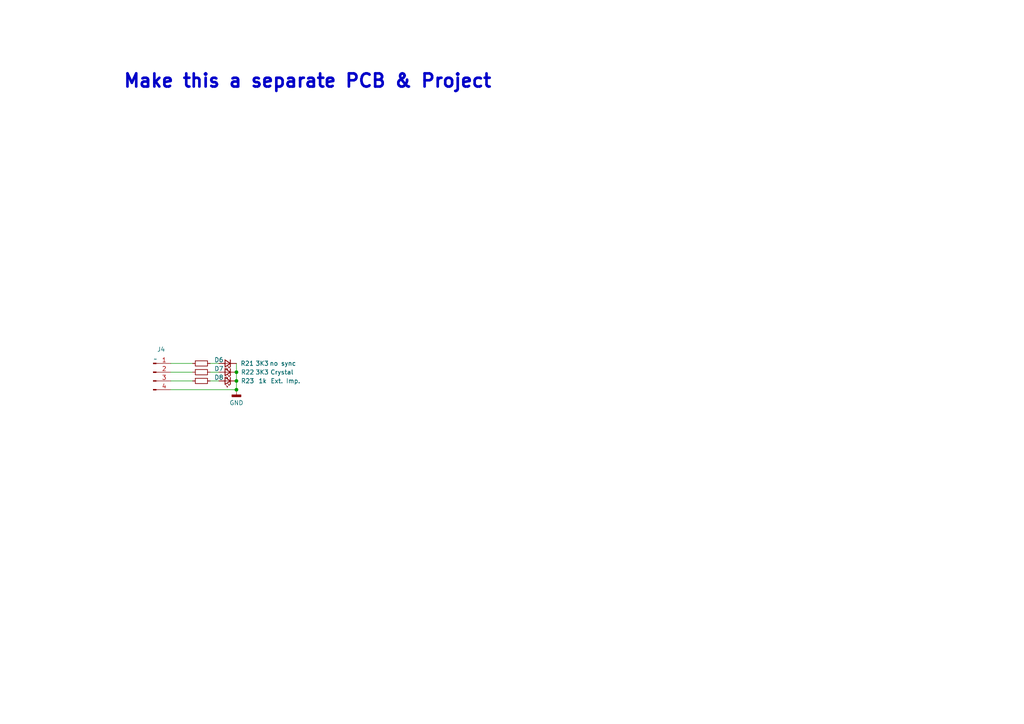
<source format=kicad_sch>
(kicad_sch (version 20231120) (generator "eeschema") (generator_version "8.0")
  (paper "A4")
  (lib_symbols
    (symbol "Connector:Conn_01x04_Pin" (pin_names (offset 1.016) hide)
      (property "Reference" "J" (at 0 5.08 0))
      (property "Value" "Conn_01x04_Pin" (at 0 -7.62 0))
      (symbol "Conn_01x04_Pin_1_1"
        (polyline (pts (xy 1.27 -5.08) (xy 0.8636 -5.08)) (stroke (width 0.1524)))
        (polyline (pts (xy 1.27 -2.54) (xy 0.8636 -2.54)) (stroke (width 0.1524)))
        (polyline (pts (xy 1.27 0) (xy 0.8636 0)) (stroke (width 0.1524)))
        (polyline (pts (xy 1.27 2.54) (xy 0.8636 2.54)) (stroke (width 0.1524)))
        (rectangle (start 0.8636 -4.953) (end 0 -5.207) (stroke (width 0.1524)) (fill (type outline)))
        (rectangle (start 0.8636 -2.413) (end 0 -2.667) (stroke (width 0.1524)) (fill (type outline)))
        (rectangle (start 0.8636 0.127) (end 0 -0.127) (stroke (width 0.1524)) (fill (type outline)))
        (rectangle (start 0.8636 2.667) (end 0 2.413) (stroke (width 0.1524)) (fill (type outline)))
        (pin passive line (at 5.08 2.54 180) (length 3.81) (name "Pin_1") (number "1"))
        (pin passive line (at 5.08 0 180) (length 3.81) (name "Pin_2") (number "2"))
        (pin passive line (at 5.08 -2.54 180) (length 3.81) (name "Pin_3") (number "3"))
        (pin passive line (at 5.08 -5.08 180) (length 3.81) (name "Pin_4") (number "4"))
      )
    )
    (symbol "Device:LED_Small" (pin_numbers hide) (pin_names (offset 0.254) hide)
      (property "Reference" "D" (at -1.27 3.175 0))
      (property "Value" "LED_Small" (at -4.445 -2.54 0))
      (symbol "LED_Small_0_1"
        (polyline (pts (xy -0.762 -1.016) (xy -0.762 1.016)) (stroke (width 0.254)))
        (polyline (pts (xy 1.016 0) (xy -0.762 0)))
        (polyline (pts (xy 0.762 -1.016) (xy -0.762 0) (xy 0.762 1.016) (xy 0.762 -1.016)) (stroke (width 0.254)))
        (polyline (pts (xy 0 0.762) (xy -0.508 1.27) (xy -0.254 1.27) (xy -0.508 1.27) (xy -0.508 1.016)))
        (polyline (pts (xy 0.508 1.27) (xy 0 1.778) (xy 0.254 1.778) (xy 0 1.778) (xy 0 1.524)))
      )
      (symbol "LED_Small_1_1"
        (pin passive line (at -2.54 0 0) (length 1.778) (name "K") (number "1"))
        (pin passive line (at 2.54 0 180) (length 1.778) (name "A") (number "2"))
      )
    )
    (symbol "Device:R_Small" (pin_numbers hide) (pin_names (offset 0.254) hide)
      (property "Reference" "R" (at 0.762 0.508 0))
      (property "Value" "R_Small" (at 0.762 -1.016 0))
      (symbol "R_Small_0_1"
        (rectangle (start -0.762 1.778) (end 0.762 -1.778) (stroke (width 0.2032)))
      )
      (symbol "R_Small_1_1"
        (pin passive line (at 0 2.54 270) (length 0.762) (name "~") (number "1"))
        (pin passive line (at 0 -2.54 90) (length 0.762) (name "~") (number "2"))
      )
    )
    (symbol "power:GNDD" (power) (pin_numbers hide) (pin_names (offset 0) hide)
      (property "Value" "GNDD" (at 0 -3.175 0))
      (symbol "GNDD_0_1"
        (rectangle (start -1.27 -1.524) (end 1.27 -2.032) (stroke (width 0.254)) (fill (type outline)))
        (polyline (pts (xy 0 0) (xy 0 -1.524)))
      )
      (symbol "GNDD_1_1"
        (pin power_in line (at 0 0 270) (length 0) (name "~") (number "1"))
      )
    )
  )
  (junction (at 68.58 107.95))
  (junction (at 68.58 110.49))
  (junction (at 68.58 113.03))
  (wire (pts (xy 60.96 107.95) (xy 63.5 107.95)))
  (wire (pts (xy 68.58 107.95) (xy 68.58 110.49)))
  (wire (pts (xy 68.58 113.03) (xy 49.53 113.03)))
  (wire (pts (xy 68.58 110.49) (xy 68.58 113.03)))
  (wire (pts (xy 49.53 110.49) (xy 55.88 110.49)))
  (wire (pts (xy 63.5 110.49) (xy 60.96 110.49)))
  (wire (pts (xy 68.58 105.41) (xy 68.58 107.95)))
  (wire (pts (xy 49.53 107.95) (xy 55.88 107.95)))
  (wire (pts (xy 63.5 105.41) (xy 60.96 105.41)))
  (wire (pts (xy 49.53 105.41) (xy 55.88 105.41)))
  (text "Make this a separate PCB & Project" (at 35.56 23.622 0) (effects (font (size 3.81 3.81) (thickness 0.762) (bold yes)) (justify left)))
  (symbol (lib_id "Device:R_Small") (at 58.42 105.41 90) (unit 1)
    (property "Reference" "R21" (at 73.66 105.41 90) (effects (justify left)))
    (property "Value" "3K3" (at 77.978 105.41 90) (effects (justify left)))
    (property "Footprint" "Resistor_SMD:R_0603_1608Metric" (effects (hide yes)))
    (property "LCSC" "C26010" (effects (hide yes)))
    (property "Inventory" "B" (effects (hide yes)))
  )
  (symbol (lib_id "Device:LED_Small") (at 66.04 107.95 180) (unit 1)
    (property "Reference" "D7" (at 63.5 106.934 0))
    (property "Value" "Crystal" (at 81.788 107.95 0))
    (property "Footprint" "LED_SMD:LED_0805_2012Metric" (effects (hide yes)))
    (property "Datasheet" "https://datasheet.lcsc.com/lcsc/1806151820_Hubei-KENTO-Elec-KT-0805G_C2297.pdf" (effects (hide yes)))
    (property "LCSC" "C2297" (effects (hide yes)))
    (property "Inventory" "B" (effects (hide yes)))
  )
  (symbol (lib_id "Device:LED_Small") (at 66.04 105.41 180) (unit 1)
    (property "Reference" "D6" (at 63.5 104.394 0))
    (property "Value" "no sync" (at 82.042 105.41 0))
    (property "Footprint" "LED_SMD:LED_0805_2012Metric" (effects (hide yes)))
    (property "Datasheet" "https://datasheet.lcsc.com/lcsc/1806151820_Hubei-KENTO-Elec-KT-0805G_C2297.pdf" (effects (hide yes)))
    (property "LCSC" "C2297" (effects (hide yes)))
    (property "Inventory" "B" (effects (hide yes)))
  )
  (symbol (lib_id "Device:LED_Small") (at 66.04 110.49 180) (unit 1)
    (property "Reference" "D8" (at 63.5 109.474 0))
    (property "Value" "Ext. Imp." (at 82.804 110.49 0))
    (property "Footprint" "LED_SMD:LED_0805_2012Metric" (effects (hide yes)))
    (property "Datasheet" "https://datasheet.lcsc.com/lcsc/1806151820_Hubei-KENTO-Elec-KT-0805G_C2297.pdf" (effects (hide yes)))
    (property "LCSC" "C2297" (effects (hide yes)))
    (property "Inventory" "B" (effects (hide yes)))
  )
  (symbol (lib_id "power:GNDD") (at 68.58 113.03 0) (unit 1)
    (property "Reference" "#PWR052" (effects (hide yes)))
    (property "Value" "GND" (at 68.58 116.84 0))
    (property "Description" "Power symbol creates a global label with name \"GNDD\" , digital ground" (effects (hide yes)))
  )
  (symbol (lib_id "Device:R_Small") (at 58.42 110.49 270) (unit 1)
    (property "Reference" "R23" (at 69.85 110.49 90) (effects (justify left)))
    (property "Value" "1k" (at 74.93 110.49 90) (effects (justify left)))
    (property "Footprint" "Resistor_SMD:R_0603_1608Metric" (effects (hide yes)))
    (property "LCSC" "C26010" (effects (hide yes)))
    (property "Inventory" "B" (effects (hide yes)))
  )
  (symbol (lib_id "Connector:Conn_01x04_Pin") (at 44.45 107.95 0) (unit 1)
    (property "Reference" "J4" (at 46.736 101.346 0))
    (property "Value" "~" (at 45.085 104.14 0))
    (property "Footprint" "easyEDA:HDR-SMD_HX-PM2.54-1X4P-TP-YQ" (effects (hide yes)))
    (property "Description" "Generic connector, single row, 01x04, script generated" (effects (hide yes)))
  )
  (symbol (lib_id "Device:R_Small") (at 58.42 107.95 90) (unit 1)
    (property "Reference" "R22" (at 69.85 107.95 90) (effects (justify right)))
    (property "Value" "3K3" (at 77.978 107.95 90) (effects (justify left)))
    (property "Footprint" "Resistor_SMD:R_0603_1608Metric" (effects (hide yes)))
    (property "LCSC" "C26010" (effects (hide yes)))
    (property "Inventory" "B" (effects (hide yes)))
  )
)
</source>
